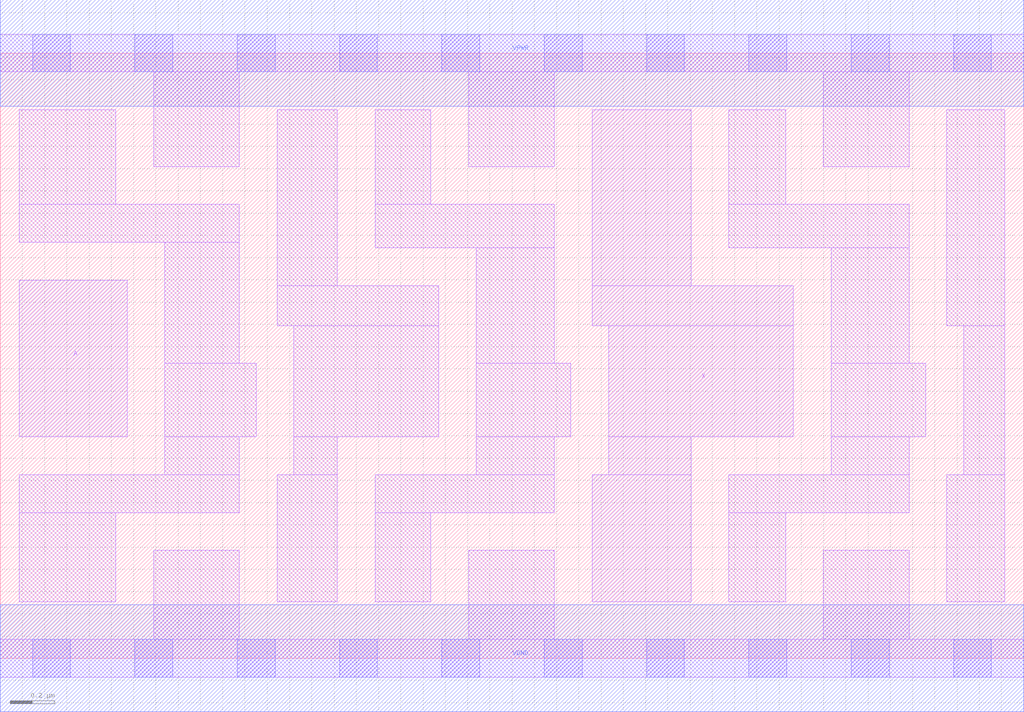
<source format=lef>
# Copyright 2020 The SkyWater PDK Authors
#
# Licensed under the Apache License, Version 2.0 (the "License");
# you may not use this file except in compliance with the License.
# You may obtain a copy of the License at
#
#     https://www.apache.org/licenses/LICENSE-2.0
#
# Unless required by applicable law or agreed to in writing, software
# distributed under the License is distributed on an "AS IS" BASIS,
# WITHOUT WARRANTIES OR CONDITIONS OF ANY KIND, either express or implied.
# See the License for the specific language governing permissions and
# limitations under the License.
#
# SPDX-License-Identifier: Apache-2.0

VERSION 5.7 ;
  NAMESCASESENSITIVE ON ;
  NOWIREEXTENSIONATPIN ON ;
  DIVIDERCHAR "/" ;
  BUSBITCHARS "[]" ;
UNITS
  DATABASE MICRONS 200 ;
END UNITS
MACRO sky130_fd_sc_hd__dlymetal6s4s_1
  CLASS CORE ;
  FOREIGN sky130_fd_sc_hd__dlymetal6s4s_1 ;
  ORIGIN  0.000000  0.000000 ;
  SIZE  4.600000 BY  2.720000 ;
  SYMMETRY X Y R90 ;
  SITE unithd ;
  PIN A
    ANTENNAGATEAREA  0.126000 ;
    DIRECTION INPUT ;
    USE SIGNAL ;
    PORT
      LAYER li1 ;
        RECT 0.085000 0.995000 0.570000 1.700000 ;
    END
  END A
  PIN X
    ANTENNADIFFAREA  0.429000 ;
    ANTENNAGATEAREA  0.126000 ;
    DIRECTION OUTPUT ;
    USE SIGNAL ;
    PORT
      LAYER li1 ;
        RECT 2.660000 0.255000 3.105000 0.825000 ;
        RECT 2.660000 1.495000 3.565000 1.675000 ;
        RECT 2.660000 1.675000 3.105000 2.465000 ;
        RECT 2.735000 0.825000 3.105000 0.995000 ;
        RECT 2.735000 0.995000 3.565000 1.495000 ;
    END
  END X
  PIN VGND
    DIRECTION INOUT ;
    SHAPE ABUTMENT ;
    USE GROUND ;
    PORT
      LAYER met1 ;
        RECT 0.000000 -0.240000 4.600000 0.240000 ;
    END
  END VGND
  PIN VPWR
    DIRECTION INOUT ;
    SHAPE ABUTMENT ;
    USE POWER ;
    PORT
      LAYER met1 ;
        RECT 0.000000 2.480000 4.600000 2.960000 ;
    END
  END VPWR
  OBS
    LAYER li1 ;
      RECT 0.000000 -0.085000 4.600000 0.085000 ;
      RECT 0.000000  2.635000 4.600000 2.805000 ;
      RECT 0.085000  0.255000 0.520000 0.655000 ;
      RECT 0.085000  0.655000 1.075000 0.825000 ;
      RECT 0.085000  1.870000 1.075000 2.040000 ;
      RECT 0.085000  2.040000 0.520000 2.465000 ;
      RECT 0.690000  0.085000 1.075000 0.485000 ;
      RECT 0.690000  2.210000 1.075000 2.635000 ;
      RECT 0.740000  0.825000 1.075000 0.995000 ;
      RECT 0.740000  0.995000 1.150000 1.325000 ;
      RECT 0.740000  1.325000 1.075000 1.870000 ;
      RECT 1.245000  0.255000 1.515000 0.825000 ;
      RECT 1.245000  1.495000 1.970000 1.675000 ;
      RECT 1.245000  1.675000 1.515000 2.465000 ;
      RECT 1.320000  0.825000 1.515000 0.995000 ;
      RECT 1.320000  0.995000 1.970000 1.495000 ;
      RECT 1.685000  0.255000 1.935000 0.655000 ;
      RECT 1.685000  0.655000 2.490000 0.825000 ;
      RECT 1.685000  1.845000 2.490000 2.040000 ;
      RECT 1.685000  2.040000 1.935000 2.465000 ;
      RECT 2.105000  0.085000 2.490000 0.485000 ;
      RECT 2.105000  2.210000 2.490000 2.635000 ;
      RECT 2.140000  0.825000 2.490000 0.995000 ;
      RECT 2.140000  0.995000 2.565000 1.325000 ;
      RECT 2.140000  1.325000 2.490000 1.845000 ;
      RECT 3.275000  0.255000 3.530000 0.655000 ;
      RECT 3.275000  0.655000 4.085000 0.825000 ;
      RECT 3.275000  1.845000 4.085000 2.040000 ;
      RECT 3.275000  2.040000 3.530000 2.465000 ;
      RECT 3.700000  0.085000 4.085000 0.485000 ;
      RECT 3.700000  2.210000 4.085000 2.635000 ;
      RECT 3.735000  0.825000 4.085000 0.995000 ;
      RECT 3.735000  0.995000 4.160000 1.325000 ;
      RECT 3.735000  1.325000 4.085000 1.845000 ;
      RECT 4.255000  0.255000 4.515000 0.825000 ;
      RECT 4.255000  1.495000 4.515000 2.465000 ;
      RECT 4.330000  0.825000 4.515000 1.495000 ;
    LAYER mcon ;
      RECT 0.145000 -0.085000 0.315000 0.085000 ;
      RECT 0.145000  2.635000 0.315000 2.805000 ;
      RECT 0.605000 -0.085000 0.775000 0.085000 ;
      RECT 0.605000  2.635000 0.775000 2.805000 ;
      RECT 1.065000 -0.085000 1.235000 0.085000 ;
      RECT 1.065000  2.635000 1.235000 2.805000 ;
      RECT 1.525000 -0.085000 1.695000 0.085000 ;
      RECT 1.525000  2.635000 1.695000 2.805000 ;
      RECT 1.985000 -0.085000 2.155000 0.085000 ;
      RECT 1.985000  2.635000 2.155000 2.805000 ;
      RECT 2.445000 -0.085000 2.615000 0.085000 ;
      RECT 2.445000  2.635000 2.615000 2.805000 ;
      RECT 2.905000 -0.085000 3.075000 0.085000 ;
      RECT 2.905000  2.635000 3.075000 2.805000 ;
      RECT 3.365000 -0.085000 3.535000 0.085000 ;
      RECT 3.365000  2.635000 3.535000 2.805000 ;
      RECT 3.825000 -0.085000 3.995000 0.085000 ;
      RECT 3.825000  2.635000 3.995000 2.805000 ;
      RECT 4.285000 -0.085000 4.455000 0.085000 ;
      RECT 4.285000  2.635000 4.455000 2.805000 ;
  END
END sky130_fd_sc_hd__dlymetal6s4s_1
END LIBRARY

</source>
